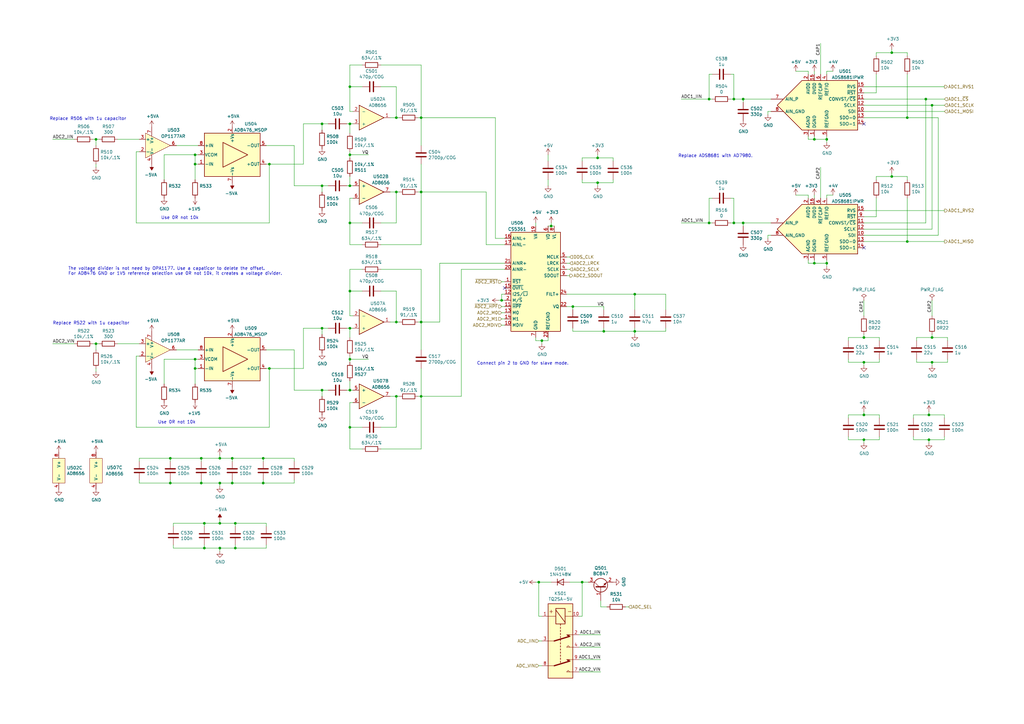
<source format=kicad_sch>
(kicad_sch (version 20211123) (generator eeschema)
  (paper "A3")
  (junction (at 162.56 78.74))
  (junction (at 339.09 57.15))
  (junction (at 379.73 40.64))
  (junction (at 83.82 224.79))
  (junction (at 300.99 40.64))
  (junction (at 39.37 57.15))
  (junction (at 290.83 91.44))
  (junction (at 143.51 175.26))
  (junction (at 90.17 198.12))
  (junction (at 90.17 224.79))
  (junction (at 162.56 132.08))
  (junction (at 69.85 187.96))
  (junction (at 95.25 187.96))
  (junction (at 132.08 76.2))
  (junction (at 162.56 48.26))
  (junction (at 304.8 40.64))
  (junction (at 334.01 57.15))
  (junction (at 226.06 92.71))
  (junction (at 39.37 140.97))
  (junction (at 372.11 48.26))
  (junction (at 90.17 187.96))
  (junction (at 382.27 43.18))
  (junction (at 143.51 119.38))
  (junction (at 143.51 160.02))
  (junction (at 304.8 91.44))
  (junction (at 172.72 162.56))
  (junction (at 222.25 139.7))
  (junction (at 382.27 138.43))
  (junction (at 80.01 151.13))
  (junction (at 96.52 224.79))
  (junction (at 107.95 187.96))
  (junction (at 260.35 135.89))
  (junction (at 234.95 125.73))
  (junction (at 245.11 74.93))
  (junction (at 290.83 40.64))
  (junction (at 82.55 198.12))
  (junction (at 143.51 63.5))
  (junction (at 365.76 72.39))
  (junction (at 220.98 238.76))
  (junction (at 143.51 50.8))
  (junction (at 143.51 147.32))
  (junction (at 300.99 91.44))
  (junction (at 260.35 120.65))
  (junction (at 172.72 132.08))
  (junction (at 205.74 123.19))
  (junction (at 132.08 134.62))
  (junction (at 381 170.18))
  (junction (at 107.95 198.12))
  (junction (at 162.56 162.56))
  (junction (at 334.01 107.95))
  (junction (at 90.17 214.63))
  (junction (at 110.49 67.31))
  (junction (at 143.51 35.56))
  (junction (at 382.27 148.59))
  (junction (at 339.09 107.95))
  (junction (at 69.85 198.12))
  (junction (at 172.72 48.26))
  (junction (at 238.76 238.76))
  (junction (at 143.51 91.44))
  (junction (at 83.82 214.63))
  (junction (at 143.51 76.2))
  (junction (at 82.55 187.96))
  (junction (at 354.33 170.18))
  (junction (at 132.08 160.02))
  (junction (at 95.25 198.12))
  (junction (at 354.33 148.59))
  (junction (at 247.65 135.89))
  (junction (at 354.33 180.34))
  (junction (at 96.52 214.63))
  (junction (at 245.11 64.77))
  (junction (at 143.51 134.62))
  (junction (at 372.11 99.06))
  (junction (at 80.01 63.5))
  (junction (at 80.01 147.32))
  (junction (at 80.01 67.31))
  (junction (at 381 180.34))
  (junction (at 172.72 78.74))
  (junction (at 132.08 50.8))
  (junction (at 365.76 21.59))
  (junction (at 110.49 151.13))
  (junction (at 354.33 138.43))
  (no_connect (at 207.01 118.11))
  (no_connect (at 354.33 101.6))
  (no_connect (at 354.33 50.8))
  (wire (pts (xy 132.08 78.74) (xy 132.08 76.2)))
  (wire (pts (xy 80.01 63.5) (xy 81.28 63.5)))
  (wire (pts (xy 148.59 175.26) (xy 143.51 175.26)))
  (wire (pts (xy 336.55 81.28) (xy 336.55 68.58)))
  (wire (pts (xy 143.51 63.5) (xy 151.13 63.5)))
  (wire (pts (xy 142.24 134.62) (xy 143.51 134.62)))
  (wire (pts (xy 232.41 125.73) (xy 234.95 125.73)))
  (wire (pts (xy 232.41 110.49) (xy 233.68 110.49)))
  (wire (pts (xy 143.51 160.02) (xy 144.78 160.02)))
  (wire (pts (xy 374.65 179.07) (xy 374.65 180.34)))
  (wire (pts (xy 110.49 175.26) (xy 110.49 151.13)))
  (wire (pts (xy 334.01 57.15) (xy 339.09 57.15)))
  (wire (pts (xy 109.22 215.9) (xy 109.22 214.63)))
  (wire (pts (xy 83.82 215.9) (xy 83.82 214.63)))
  (wire (pts (xy 224.79 73.66) (xy 224.79 76.2)))
  (wire (pts (xy 360.68 138.43) (xy 360.68 139.7)))
  (wire (pts (xy 148.59 91.44) (xy 143.51 91.44)))
  (wire (pts (xy 224.79 92.71) (xy 226.06 92.71)))
  (wire (pts (xy 162.56 132.08) (xy 163.83 132.08)))
  (wire (pts (xy 360.68 170.18) (xy 354.33 170.18)))
  (wire (pts (xy 109.22 143.51) (xy 120.65 143.51)))
  (wire (pts (xy 360.68 171.45) (xy 360.68 170.18)))
  (wire (pts (xy 374.65 180.34) (xy 381 180.34)))
  (wire (pts (xy 372.11 99.06) (xy 372.11 81.28)))
  (wire (pts (xy 81.28 67.31) (xy 80.01 67.31)))
  (wire (pts (xy 247.65 134.62) (xy 247.65 135.89)))
  (wire (pts (xy 238.76 74.93) (xy 245.11 74.93)))
  (wire (pts (xy 382.27 149.86) (xy 382.27 148.59)))
  (wire (pts (xy 219.71 91.44) (xy 219.71 92.71)))
  (wire (pts (xy 120.65 143.51) (xy 120.65 160.02)))
  (wire (pts (xy 143.51 100.33) (xy 143.51 91.44)))
  (wire (pts (xy 379.73 40.64) (xy 387.35 40.64)))
  (wire (pts (xy 124.46 151.13) (xy 124.46 134.62)))
  (wire (pts (xy 375.92 138.43) (xy 382.27 138.43)))
  (wire (pts (xy 257.81 248.92) (xy 256.54 248.92)))
  (wire (pts (xy 360.68 147.32) (xy 360.68 148.59)))
  (wire (pts (xy 219.71 138.43) (xy 219.71 139.7)))
  (wire (pts (xy 55.88 91.44) (xy 110.49 91.44)))
  (wire (pts (xy 71.12 224.79) (xy 83.82 224.79)))
  (wire (pts (xy 83.82 224.79) (xy 83.82 223.52)))
  (wire (pts (xy 354.33 138.43) (xy 360.68 138.43)))
  (wire (pts (xy 110.49 91.44) (xy 110.49 67.31)))
  (wire (pts (xy 219.71 238.76) (xy 220.98 238.76)))
  (wire (pts (xy 248.92 248.92) (xy 246.38 248.92)))
  (wire (pts (xy 205.74 125.73) (xy 207.01 125.73)))
  (wire (pts (xy 162.56 91.44) (xy 162.56 78.74)))
  (wire (pts (xy 314.96 96.52) (xy 316.23 96.52)))
  (wire (pts (xy 347.98 138.43) (xy 354.33 138.43)))
  (wire (pts (xy 372.11 48.26) (xy 384.81 48.26)))
  (wire (pts (xy 143.51 45.72) (xy 144.78 45.72)))
  (wire (pts (xy 336.55 30.48) (xy 336.55 17.78)))
  (wire (pts (xy 354.33 35.56) (xy 387.35 35.56)))
  (wire (pts (xy 372.11 72.39) (xy 372.11 73.66)))
  (wire (pts (xy 207.01 97.79) (xy 203.2 97.79)))
  (wire (pts (xy 143.51 72.39) (xy 143.51 76.2)))
  (wire (pts (xy 120.65 59.69) (xy 120.65 76.2)))
  (wire (pts (xy 199.39 78.74) (xy 172.72 78.74)))
  (wire (pts (xy 273.05 127) (xy 273.05 120.65)))
  (wire (pts (xy 354.33 170.18) (xy 347.98 170.18)))
  (wire (pts (xy 67.31 147.32) (xy 67.31 157.48)))
  (wire (pts (xy 57.15 196.85) (xy 57.15 198.12)))
  (wire (pts (xy 224.79 63.5) (xy 224.79 66.04)))
  (wire (pts (xy 162.56 48.26) (xy 163.83 48.26)))
  (wire (pts (xy 143.51 91.44) (xy 143.51 81.28)))
  (wire (pts (xy 148.59 119.38) (xy 143.51 119.38)))
  (wire (pts (xy 339.09 109.22) (xy 339.09 107.95)))
  (wire (pts (xy 387.35 170.18) (xy 381 170.18)))
  (wire (pts (xy 120.65 189.23) (xy 120.65 187.96)))
  (wire (pts (xy 57.15 187.96) (xy 57.15 189.23)))
  (wire (pts (xy 69.85 198.12) (xy 82.55 198.12)))
  (wire (pts (xy 67.31 63.5) (xy 80.01 63.5)))
  (wire (pts (xy 354.33 99.06) (xy 372.11 99.06)))
  (wire (pts (xy 314.96 46.99) (xy 314.96 45.72)))
  (wire (pts (xy 39.37 143.51) (xy 39.37 140.97)))
  (wire (pts (xy 359.41 72.39) (xy 365.76 72.39)))
  (wire (pts (xy 172.72 110.49) (xy 156.21 110.49)))
  (wire (pts (xy 48.26 57.15) (xy 57.15 57.15)))
  (wire (pts (xy 162.56 162.56) (xy 163.83 162.56)))
  (wire (pts (xy 299.72 81.28) (xy 300.99 81.28)))
  (wire (pts (xy 251.46 74.93) (xy 251.46 73.66)))
  (wire (pts (xy 388.62 138.43) (xy 388.62 139.7)))
  (wire (pts (xy 40.64 57.15) (xy 39.37 57.15)))
  (wire (pts (xy 172.72 78.74) (xy 172.72 67.31)))
  (wire (pts (xy 55.88 146.05) (xy 55.88 175.26)))
  (wire (pts (xy 124.46 50.8) (xy 132.08 50.8)))
  (wire (pts (xy 237.49 270.51) (xy 246.38 270.51)))
  (wire (pts (xy 162.56 175.26) (xy 162.56 162.56)))
  (wire (pts (xy 222.25 140.97) (xy 222.25 139.7)))
  (wire (pts (xy 251.46 64.77) (xy 245.11 64.77)))
  (wire (pts (xy 39.37 59.69) (xy 39.37 57.15)))
  (wire (pts (xy 69.85 189.23) (xy 69.85 187.96)))
  (wire (pts (xy 96.52 214.63) (xy 109.22 214.63)))
  (wire (pts (xy 109.22 224.79) (xy 109.22 223.52)))
  (wire (pts (xy 148.59 100.33) (xy 143.51 100.33)))
  (wire (pts (xy 39.37 68.58) (xy 39.37 67.31)))
  (wire (pts (xy 354.33 129.54) (xy 354.33 123.19)))
  (wire (pts (xy 224.79 139.7) (xy 224.79 138.43)))
  (wire (pts (xy 304.8 91.44) (xy 304.8 92.71)))
  (wire (pts (xy 143.51 76.2) (xy 144.78 76.2)))
  (wire (pts (xy 162.56 78.74) (xy 160.02 78.74)))
  (wire (pts (xy 148.59 35.56) (xy 143.51 35.56)))
  (wire (pts (xy 341.63 80.01) (xy 339.09 80.01)))
  (wire (pts (xy 375.92 148.59) (xy 375.92 147.32)))
  (wire (pts (xy 292.1 30.48) (xy 290.83 30.48)))
  (wire (pts (xy 71.12 223.52) (xy 71.12 224.79)))
  (wire (pts (xy 189.23 162.56) (xy 189.23 110.49)))
  (wire (pts (xy 234.95 127) (xy 234.95 125.73)))
  (wire (pts (xy 382.27 138.43) (xy 388.62 138.43)))
  (wire (pts (xy 120.65 76.2) (xy 132.08 76.2)))
  (wire (pts (xy 48.26 140.97) (xy 57.15 140.97)))
  (wire (pts (xy 279.4 91.44) (xy 290.83 91.44)))
  (wire (pts (xy 172.72 100.33) (xy 156.21 100.33)))
  (wire (pts (xy 339.09 107.95) (xy 339.09 106.68)))
  (wire (pts (xy 354.33 91.44) (xy 379.73 91.44)))
  (wire (pts (xy 372.11 21.59) (xy 372.11 22.86)))
  (wire (pts (xy 143.51 119.38) (xy 143.51 129.54)))
  (wire (pts (xy 143.51 50.8) (xy 144.78 50.8)))
  (wire (pts (xy 143.51 184.15) (xy 143.51 175.26)))
  (wire (pts (xy 245.11 64.77) (xy 238.76 64.77)))
  (wire (pts (xy 143.51 63.5) (xy 143.51 62.23)))
  (wire (pts (xy 245.11 74.93) (xy 251.46 74.93)))
  (wire (pts (xy 331.47 107.95) (xy 334.01 107.95)))
  (wire (pts (xy 375.92 139.7) (xy 375.92 138.43)))
  (wire (pts (xy 162.56 48.26) (xy 160.02 48.26)))
  (wire (pts (xy 172.72 143.51) (xy 172.72 132.08)))
  (wire (pts (xy 238.76 238.76) (xy 241.3 238.76)))
  (wire (pts (xy 132.08 76.2) (xy 134.62 76.2)))
  (wire (pts (xy 220.98 252.73) (xy 220.98 238.76)))
  (wire (pts (xy 354.33 168.91) (xy 354.33 170.18)))
  (wire (pts (xy 245.11 63.5) (xy 245.11 64.77)))
  (wire (pts (xy 90.17 213.36) (xy 90.17 214.63)))
  (wire (pts (xy 120.65 187.96) (xy 107.95 187.96)))
  (wire (pts (xy 142.24 76.2) (xy 143.51 76.2)))
  (wire (pts (xy 359.41 88.9) (xy 354.33 88.9)))
  (wire (pts (xy 331.47 55.88) (xy 331.47 57.15)))
  (wire (pts (xy 232.41 120.65) (xy 260.35 120.65)))
  (wire (pts (xy 300.99 30.48) (xy 300.99 40.64)))
  (wire (pts (xy 205.74 133.35) (xy 207.01 133.35)))
  (wire (pts (xy 107.95 198.12) (xy 120.65 198.12)))
  (wire (pts (xy 110.49 67.31) (xy 109.22 67.31)))
  (wire (pts (xy 245.11 76.2) (xy 245.11 74.93)))
  (wire (pts (xy 359.41 21.59) (xy 365.76 21.59)))
  (wire (pts (xy 162.56 119.38) (xy 162.56 132.08)))
  (wire (pts (xy 314.96 45.72) (xy 316.23 45.72)))
  (wire (pts (xy 354.33 180.34) (xy 360.68 180.34)))
  (wire (pts (xy 359.41 81.28) (xy 359.41 88.9)))
  (wire (pts (xy 180.34 107.95) (xy 180.34 132.08)))
  (wire (pts (xy 292.1 81.28) (xy 290.83 81.28)))
  (wire (pts (xy 384.81 96.52) (xy 354.33 96.52)))
  (wire (pts (xy 273.05 135.89) (xy 260.35 135.89)))
  (wire (pts (xy 382.27 93.98) (xy 382.27 43.18)))
  (wire (pts (xy 316.23 91.44) (xy 304.8 91.44)))
  (wire (pts (xy 172.72 59.69) (xy 172.72 48.26)))
  (wire (pts (xy 171.45 78.74) (xy 172.72 78.74)))
  (wire (pts (xy 354.33 45.72) (xy 387.35 45.72)))
  (wire (pts (xy 260.35 137.16) (xy 260.35 135.89)))
  (wire (pts (xy 238.76 73.66) (xy 238.76 74.93)))
  (wire (pts (xy 299.72 40.64) (xy 300.99 40.64)))
  (wire (pts (xy 339.09 57.15) (xy 339.09 55.88)))
  (wire (pts (xy 354.33 86.36) (xy 387.35 86.36)))
  (wire (pts (xy 199.39 100.33) (xy 199.39 78.74)))
  (wire (pts (xy 90.17 198.12) (xy 95.25 198.12)))
  (wire (pts (xy 171.45 132.08) (xy 172.72 132.08)))
  (wire (pts (xy 90.17 186.69) (xy 90.17 187.96)))
  (wire (pts (xy 354.33 93.98) (xy 382.27 93.98)))
  (wire (pts (xy 67.31 63.5) (xy 67.31 73.66)))
  (wire (pts (xy 290.83 81.28) (xy 290.83 91.44)))
  (wire (pts (xy 360.68 180.34) (xy 360.68 179.07)))
  (wire (pts (xy 110.49 151.13) (xy 124.46 151.13)))
  (wire (pts (xy 132.08 134.62) (xy 134.62 134.62)))
  (wire (pts (xy 132.08 53.34) (xy 132.08 50.8)))
  (wire (pts (xy 273.05 134.62) (xy 273.05 135.89)))
  (wire (pts (xy 143.51 165.1) (xy 144.78 165.1)))
  (wire (pts (xy 354.33 137.16) (xy 354.33 138.43)))
  (wire (pts (xy 90.17 214.63) (xy 83.82 214.63)))
  (wire (pts (xy 96.52 224.79) (xy 109.22 224.79)))
  (wire (pts (xy 226.06 238.76) (xy 220.98 238.76)))
  (wire (pts (xy 80.01 73.66) (xy 80.01 67.31)))
  (wire (pts (xy 71.12 214.63) (xy 71.12 215.9)))
  (wire (pts (xy 90.17 187.96) (xy 82.55 187.96)))
  (wire (pts (xy 237.49 260.35) (xy 246.38 260.35)))
  (wire (pts (xy 143.51 26.67) (xy 143.51 35.56)))
  (wire (pts (xy 260.35 127) (xy 260.35 120.65)))
  (wire (pts (xy 132.08 162.56) (xy 132.08 160.02)))
  (wire (pts (xy 226.06 92.71) (xy 227.33 92.71)))
  (wire (pts (xy 69.85 198.12) (xy 69.85 196.85)))
  (wire (pts (xy 96.52 214.63) (xy 90.17 214.63)))
  (wire (pts (xy 143.51 175.26) (xy 143.51 165.1)))
  (wire (pts (xy 172.72 162.56) (xy 172.72 184.15)))
  (wire (pts (xy 339.09 29.21) (xy 339.09 30.48)))
  (wire (pts (xy 120.65 160.02) (xy 132.08 160.02)))
  (wire (pts (xy 220.98 273.05) (xy 222.25 273.05)))
  (wire (pts (xy 299.72 30.48) (xy 300.99 30.48)))
  (wire (pts (xy 347.98 148.59) (xy 347.98 147.32)))
  (wire (pts (xy 207.01 107.95) (xy 180.34 107.95)))
  (wire (pts (xy 143.51 134.62) (xy 144.78 134.62)))
  (wire (pts (xy 347.98 179.07) (xy 347.98 180.34)))
  (wire (pts (xy 30.48 57.15) (xy 21.59 57.15)))
  (wire (pts (xy 233.68 105.41) (xy 232.41 105.41)))
  (wire (pts (xy 237.49 252.73) (xy 238.76 252.73)))
  (wire (pts (xy 354.33 149.86) (xy 354.33 148.59)))
  (wire (pts (xy 142.24 50.8) (xy 143.51 50.8)))
  (wire (pts (xy 334.01 106.68) (xy 334.01 107.95)))
  (wire (pts (xy 354.33 181.61) (xy 354.33 180.34)))
  (wire (pts (xy 95.25 198.12) (xy 95.25 196.85)))
  (wire (pts (xy 172.72 184.15) (xy 156.21 184.15)))
  (wire (pts (xy 300.99 40.64) (xy 304.8 40.64)))
  (wire (pts (xy 359.41 22.86) (xy 359.41 21.59)))
  (wire (pts (xy 156.21 91.44) (xy 162.56 91.44)))
  (wire (pts (xy 220.98 262.89) (xy 222.25 262.89)))
  (wire (pts (xy 339.09 80.01) (xy 339.09 81.28)))
  (wire (pts (xy 360.68 148.59) (xy 354.33 148.59)))
  (wire (pts (xy 359.41 30.48) (xy 359.41 38.1)))
  (wire (pts (xy 30.48 140.97) (xy 21.59 140.97)))
  (wire (pts (xy 203.2 97.79) (xy 203.2 48.26)))
  (wire (pts (xy 57.15 198.12) (xy 69.85 198.12)))
  (wire (pts (xy 90.17 226.06) (xy 90.17 224.79)))
  (wire (pts (xy 290.83 40.64) (xy 292.1 40.64)))
  (wire (pts (xy 107.95 187.96) (xy 107.95 189.23)))
  (wire (pts (xy 90.17 224.79) (xy 96.52 224.79)))
  (wire (pts (xy 354.33 43.18) (xy 382.27 43.18)))
  (wire (pts (xy 143.51 129.54) (xy 144.78 129.54)))
  (wire (pts (xy 143.51 147.32) (xy 143.51 146.05)))
  (wire (pts (xy 207.01 100.33) (xy 199.39 100.33)))
  (wire (pts (xy 95.25 187.96) (xy 90.17 187.96)))
  (wire (pts (xy 162.56 35.56) (xy 162.56 48.26)))
  (wire (pts (xy 381 181.61) (xy 381 180.34)))
  (wire (pts (xy 143.51 147.32) (xy 151.13 147.32)))
  (wire (pts (xy 365.76 72.39) (xy 372.11 72.39)))
  (wire (pts (xy 290.83 91.44) (xy 292.1 91.44)))
  (wire (pts (xy 222.25 139.7) (xy 224.79 139.7)))
  (wire (pts (xy 222.25 252.73) (xy 220.98 252.73)))
  (wire (pts (xy 382.27 43.18) (xy 387.35 43.18)))
  (wire (pts (xy 57.15 146.05) (xy 55.88 146.05)))
  (wire (pts (xy 132.08 160.02) (xy 134.62 160.02)))
  (wire (pts (xy 205.74 123.19) (xy 207.01 123.19)))
  (wire (pts (xy 331.47 81.28) (xy 331.47 80.01)))
  (wire (pts (xy 39.37 140.97) (xy 38.1 140.97)))
  (wire (pts (xy 341.63 29.21) (xy 339.09 29.21)))
  (wire (pts (xy 207.01 128.27) (xy 205.74 128.27)))
  (wire (pts (xy 132.08 137.16) (xy 132.08 134.62)))
  (wire (pts (xy 233.68 113.03) (xy 232.41 113.03)))
  (wire (pts (xy 354.33 40.64) (xy 379.73 40.64)))
  (wire (pts (xy 238.76 252.73) (xy 238.76 238.76)))
  (wire (pts (xy 334.01 29.21) (xy 334.01 30.48)))
  (wire (pts (xy 81.28 151.13) (xy 80.01 151.13)))
  (wire (pts (xy 334.01 107.95) (xy 339.09 107.95)))
  (wire (pts (xy 82.55 187.96) (xy 69.85 187.96)))
  (wire (pts (xy 331.47 30.48) (xy 331.47 29.21)))
  (wire (pts (xy 251.46 66.04) (xy 251.46 64.77)))
  (wire (pts (xy 365.76 21.59) (xy 372.11 21.59)))
  (wire (pts (xy 156.21 35.56) (xy 162.56 35.56)))
  (wire (pts (xy 359.41 38.1) (xy 354.33 38.1)))
  (wire (pts (xy 57.15 62.23) (xy 55.88 62.23)))
  (wire (pts (xy 109.22 59.69) (xy 120.65 59.69)))
  (wire (pts (xy 39.37 57.15) (xy 38.1 57.15)))
  (wire (pts (xy 143.51 54.61) (xy 143.51 50.8)))
  (wire (pts (xy 83.82 224.79) (xy 90.17 224.79)))
  (wire (pts (xy 80.01 157.48) (xy 80.01 151.13)))
  (wire (pts (xy 331.47 57.15) (xy 334.01 57.15)))
  (wire (pts (xy 279.4 40.64) (xy 290.83 40.64)))
  (wire (pts (xy 339.09 58.42) (xy 339.09 57.15)))
  (wire (pts (xy 162.56 132.08) (xy 160.02 132.08)))
  (wire (pts (xy 172.72 78.74) (xy 172.72 100.33)))
  (wire (pts (xy 374.65 170.18) (xy 374.65 171.45)))
  (wire (pts (xy 379.73 91.44) (xy 379.73 40.64)))
  (wire (pts (xy 316.23 40.64) (xy 304.8 40.64)))
  (wire (pts (xy 124.46 67.31) (xy 124.46 50.8)))
  (wire (pts (xy 234.95 135.89) (xy 247.65 135.89)))
  (wire (pts (xy 207.01 120.65) (xy 205.74 120.65)))
  (wire (pts (xy 354.33 148.59) (xy 347.98 148.59)))
  (wire (pts (xy 83.82 214.63) (xy 71.12 214.63)))
  (wire (pts (xy 234.95 125.73) (xy 247.65 125.73)))
  (wire (pts (xy 120.65 198.12) (xy 120.65 196.85)))
  (wire (pts (xy 359.41 73.66) (xy 359.41 72.39)))
  (wire (pts (xy 238.76 238.76) (xy 233.68 238.76)))
  (wire (pts (xy 148.59 26.67) (xy 143.51 26.67)))
  (wire (pts (xy 204.47 123.19) (xy 205.74 123.19)))
  (wire (pts (xy 81.28 143.51) (xy 72.39 143.51)))
  (wire (pts (xy 347.98 139.7) (xy 347.98 138.43)))
  (wire (pts (xy 205.74 115.57) (xy 207.01 115.57)))
  (wire (pts (xy 246.38 248.92) (xy 246.38 246.38)))
  (wire (pts (xy 162.56 78.74) (xy 163.83 78.74)))
  (wire (pts (xy 189.23 110.49) (xy 207.01 110.49)))
  (wire (pts (xy 55.88 62.23) (xy 55.88 91.44)))
  (wire (pts (xy 331.47 106.68) (xy 331.47 107.95)))
  (wire (pts (xy 300.99 91.44) (xy 304.8 91.44)))
  (wire (pts (xy 273.05 120.65) (xy 260.35 120.65)))
  (wire (pts (xy 143.51 110.49) (xy 143.51 119.38)))
  (wire (pts (xy 382.27 148.59) (xy 375.92 148.59)))
  (wire (pts (xy 381 168.91) (xy 381 170.18)))
  (wire (pts (xy 82.55 198.12) (xy 90.17 198.12)))
  (wire (pts (xy 162.56 162.56) (xy 160.02 162.56)))
  (wire (pts (xy 172.72 48.26) (xy 172.72 26.67)))
  (wire (pts (xy 107.95 196.85) (xy 107.95 198.12)))
  (wire (pts (xy 365.76 71.12) (xy 365.76 72.39)))
  (wire (pts (xy 69.85 187.96) (xy 57.15 187.96)))
  (wire (pts (xy 143.51 148.59) (xy 143.51 147.32)))
  (wire (pts (xy 372.11 99.06) (xy 387.35 99.06)))
  (wire (pts (xy 388.62 147.32) (xy 388.62 148.59)))
  (wire (pts (xy 205.74 120.65) (xy 205.74 123.19)))
  (wire (pts (xy 331.47 80.01) (xy 326.39 80.01)))
  (wire (pts (xy 247.65 127) (xy 247.65 125.73)))
  (wire (pts (xy 233.68 107.95) (xy 232.41 107.95)))
  (wire (pts (xy 132.08 50.8) (xy 134.62 50.8)))
  (wire (pts (xy 347.98 170.18) (xy 347.98 171.45)))
  (wire (pts (xy 304.8 40.64) (xy 304.8 41.91)))
  (wire (pts (xy 148.59 110.49) (xy 143.51 110.49)))
  (wire (pts (xy 387.35 171.45) (xy 387.35 170.18)))
  (wire (pts (xy 334.01 80.01) (xy 334.01 81.28)))
  (wire (pts (xy 260.35 135.89) (xy 260.35 134.62)))
  (wire (pts (xy 172.72 162.56) (xy 189.23 162.56)))
  (wire (pts (xy 90.17 199.39) (xy 90.17 198.12)))
  (wire (pts (xy 238.76 64.77) (xy 238.76 66.04)))
  (wire (pts (xy 172.72 162.56) (xy 172.72 151.13)))
  (wire (pts (xy 156.21 175.26) (xy 162.56 175.26)))
  (wire (pts (xy 334.01 55.88) (xy 334.01 57.15)))
  (wire (pts (xy 382.27 137.16) (xy 382.27 138.43)))
  (wire (pts (xy 82.55 187.96) (xy 82.55 189.23)))
  (wire (pts (xy 142.24 160.02) (xy 143.51 160.02)))
  (wire (pts (xy 290.83 30.48) (xy 290.83 40.64)))
  (wire (pts (xy 39.37 152.4) (xy 39.37 151.13)))
  (wire (pts (xy 143.51 156.21) (xy 143.51 160.02)))
  (wire (pts (xy 80.01 147.32) (xy 67.31 147.32)))
  (wire (pts (xy 96.52 214.63) (xy 96.52 215.9)))
  (wire (pts (xy 40.64 140.97) (xy 39.37 140.97)))
  (wire (pts (xy 82.55 196.85) (xy 82.55 198.12)))
  (wire (pts (xy 365.76 20.32) (xy 365.76 21.59)))
  (wire (pts (xy 172.72 132.08) (xy 172.72 110.49)))
  (wire (pts (xy 110.49 67.31) (xy 124.46 67.31)))
  (wire (pts (xy 205.74 130.81) (xy 207.01 130.81)))
  (wire (pts (xy 382.27 129.54) (xy 382.27 123.19)))
  (wire (pts (xy 247.65 135.89) (xy 260.35 135.89)))
  (wire (pts (xy 143.51 138.43) (xy 143.51 134.62)))
  (wire (pts (xy 148.59 184.15) (xy 143.51 184.15)))
  (wire (pts (xy 172.72 26.67) (xy 156.21 26.67)))
  (wire (pts (xy 384.81 48.26) (xy 384.81 96.52)))
  (wire (pts (xy 110.49 151.13) (xy 109.22 151.13)))
  (wire (pts (xy 347.98 180.34) (xy 354.33 180.34)))
  (wire (pts (xy 388.62 148.59) (xy 382.27 148.59)))
  (wire (pts (xy 55.88 175.26) (xy 110.49 175.26)))
  (wire (pts (xy 95.25 189.23) (xy 95.25 187.96)))
  (wire (pts (xy 314.96 97.79) (xy 314.96 96.52)))
  (wire (pts (xy 354.33 48.26) (xy 372.11 48.26)))
  (wire (pts (xy 300.99 81.28) (xy 300.99 91.44)))
  (wire (pts (xy 124.46 134.62) (xy 132.08 134.62)))
  (wire (pts (xy 80.01 151.13) (xy 80.01 147.32)))
  (wire (pts (xy 237.49 265.43) (xy 246.38 265.43)))
  (wire (pts (xy 80.01 67.31) (xy 80.01 63.5)))
  (wire (pts (xy 219.71 139.7) (xy 222.25 139.7)))
  (wire (pts (xy 381 170.18) (xy 374.65 170.18)))
  (wire (pts (xy 107.95 187.96) (xy 95.25 187.96)))
  (wire (pts (xy 80.01 147.32) (xy 81.28 147.32)))
  (wire (pts (xy 143.51 35.56) (xy 143.51 45.72)))
  (wire (pts (xy 171.45 48.26) (xy 172.72 48.26)))
  (wire (pts (xy 96.52 223.52) (xy 96.52 224.79)))
  (wire (pts (xy 81.28 59.69) (xy 72.39 59.69)))
  (wire (pts (xy 331.47 29.21) (xy 326.39 29.21)))
  (wire (pts (xy 387.35 180.34) (xy 387.35 179.07)))
  (wire (pts (xy 203.2 48.26) (xy 172.72 48.26)))
  (wire (pts (xy 95.25 198.12) (xy 107.95 198.12)))
  (wire (pts (xy 171.45 162.56) (xy 172.72 162.56)))
  (wire (pts (xy 372.11 48.26) (xy 372.11 30.48)))
  (wire (pts (xy 234.95 134.62) (xy 234.95 135.89)))
  (wire (pts (xy 226.06 92.71) (xy 226.06 91.44)))
  (wire (pts (xy 237.49 275.59) (xy 246.38 275.59)))
  (wire (pts (xy 143.51 64.77) (xy 143.51 63.5)))
  (wire (pts (xy 180.34 132.08) (xy 172.72 132.08)))
  (wire (pts (xy 299.72 91.44) (xy 300.99 91.44)))
  (wire (pts (xy 143.51 81.28) (xy 144.78 81.28)))
  (wire (pts (xy 381 180.34) (xy 387.35 180.34)))
  (wire (pts (xy 156.21 119.38) (xy 162.56 119.38)))
  (text "The voltage divider is not need by OPA1177. Use a capaticor to delete the offset.\nFor AD8476 GND or 1V5 reference selection use 0R not 10k, it creates a voltage divider." (at 27.94 113.03 0) (effects (font (size 1.27 1.27)) (justify left bottom)))
  (text "Replace ADS8681 with AD7980." (at 278.13 64.77 0) (effects (font (size 1.27 1.27)) (justify left bottom)))
  (text "Use 0R not 10k" (at 66.04 90.17 0) (effects (font (size 1.27 1.27)) (justify left bottom)))
  (text "Use 0R not 10k" (at 64.77 173.99 0) (effects (font (size 1.27 1.27)) (justify left bottom)))
  (text "Replace R506 with 1u capacitor" (at 20.32 49.53 0) (effects (font (size 1.27 1.27)) (justify left bottom)))
  (text "Replace R522 with 1u capacitor" (at 21.59 133.35 0) (effects (font (size 1.27 1.27)) (justify left bottom)))
  (text "Connect pin 2 to GND for slave mode.\n" (at 195.58 149.86 0) (effects (font (size 1.27 1.27)) (justify left bottom)))
  (label "VQ" (at 151.13 147.32 180))
  (label "CAP1" (at 354.33 123.19 270))
  (label "CAP1" (at 336.55 17.78 270))
  (label "CAP2" (at 382.27 123.19 270))
  (label "CAP2" (at 336.55 68.58 270))
  (label "VQ" (at 151.13 63.5 180))
  (label "ADC2_IIN" (at 21.59 57.15 0))
  (label "ADC2_IIN" (at 246.38 265.43 180))
  (label "ADC2_VIN" (at 21.59 140.97 0))
  (label "ADC1_IIN" (at 246.38 260.35 180))
  (label "ADC2_VIN" (at 246.38 275.59 180))
  (label "VQ" (at 247.65 125.73 180))
  (label "ADC1_VIN" (at 246.38 270.51 180))
  (label "ADC1_VIN" (at 279.4 91.44 0))
  (label "ADC1_IIN" (at 279.4 40.64 0))
  (hierarchical_label "ADC1_RVS2" (shape output) (at 387.35 86.36 0))
  (hierarchical_label "ADC_IIN" (shape input) (at 220.98 262.89 180))
  (hierarchical_label "~{ADC2_HPF}" (shape input) (at 205.74 125.73 180))
  (hierarchical_label "DDS_CLK" (shape input) (at 233.68 105.41 0))
  (hierarchical_label "ADC2_SDOUT" (shape output) (at 233.68 113.03 0))
  (hierarchical_label "ADC1_MOSI" (shape input) (at 387.35 45.72 0))
  (hierarchical_label "ADC2_M0" (shape input) (at 205.74 128.27 180))
  (hierarchical_label "ADC_SEL" (shape input) (at 257.81 248.92 0))
  (hierarchical_label "ADC1_MISO" (shape output) (at 387.35 99.06 0))
  (hierarchical_label "ADC2_SCLK" (shape input) (at 233.68 110.49 0))
  (hierarchical_label "~{ADC2_RST}" (shape input) (at 205.74 115.57 180))
  (hierarchical_label "ADC1_SCLK" (shape input) (at 387.35 43.18 0))
  (hierarchical_label "ADC1_RVS1" (shape output) (at 387.35 35.56 0))
  (hierarchical_label "ADC2_M1" (shape input) (at 205.74 130.81 180))
  (hierarchical_label "ADC2_LRCK" (shape input) (at 233.68 107.95 0))
  (hierarchical_label "ADC1_~{CS}" (shape input) (at 387.35 40.64 0))
  (hierarchical_label "ADC2_MDIV" (shape input) (at 205.74 133.35 180))
  (hierarchical_label "ADC_VIN" (shape input) (at 220.98 273.05 180))
  (symbol (lib_id "Audio:CS5361") (at 219.71 115.57 0) (unit 1)
    (property "Reference" "U506" (at 212.09 91.44 0))
    (property "Value" "CS5361" (at 212.09 93.98 0))
    (property "Footprint" "Package_SO:SOIC-24W_7.5x15.4mm_P1.27mm" (effects hide))
    (property "Datasheet" "https://d3uzseaevmutz1.cloudfront.net/pubs/proDatasheet/CS5361_F2.pdf" (effects hide))
  )
  (symbol (lib_id "Amplifier_Operational:OP1177AR") (at 64.77 59.69 0) (unit 1)
    (property "Reference" "U503" (at 68.58 53.34 0) (effects (justify left)))
    (property "Value" "OP1177AR" (at 66.04 55.88 0) (effects (justify left)))
    (property "Footprint" "Package_SO:SOIC-8_3.9x4.9mm_P1.27mm" (effects hide))
    (property "Datasheet" "https://www.analog.com/media/en/technical-documentation/data-sheets/OP1177_2177_4177.pdf" (effects hide))
  )
  (symbol (lib_id "ETH1CLCR2:TQ2SA-5V") (at 229.87 262.89 270) (unit 1)
    (property "Reference" "K501" (at 229.87 243.4082 90))
    (property "Value" "TQ2SA-5V" (at 229.87 245.7196 90))
    (property "Footprint" "ETH1CLCR2:SA" (effects hide))
  )
  (symbol (lib_id "ETH1CLCR2:ADS8681PWR") (at 334.01 43.18 0) (unit 1)
    (property "Reference" "U501" (at 349.25 29.21 0) (effects (justify right)))
    (property "Value" "ADS8681IPWR" (at 354.33 31.75 0) (effects (justify right)))
    (property "Footprint" "Package_SO:TSSOP-16_4.4x5mm_P0.65mm" (effects hide))
  )
  (symbol (lib_id "ETH1CLCR2:ADS8681PWR") (at 334.01 93.98 0) (unit 1)
    (property "Reference" "U505" (at 349.25 80.01 0) (effects (justify right)))
    (property "Value" "ADS8681IPWR" (at 354.33 82.55 0) (effects (justify right)))
    (property "Footprint" "Package_SO:TSSOP-16_4.4x5mm_P0.65mm" (effects hide))
  )
  (symbol (lib_id "power:GND") (at 339.09 58.42 0) (unit 1)
    (property "Reference" "#PWR0509" (effects hide))
    (property "Value" "GND" (at 339.217 62.8142 0))
  )
  (symbol (lib_id "power:GND") (at 339.09 109.22 0) (unit 1)
    (property "Reference" "#PWR0524" (effects hide))
    (property "Value" "GND" (at 339.217 113.6142 0))
  )
  (symbol (lib_id "power:GND") (at 314.96 97.79 0) (unit 1)
    (property "Reference" "#PWR0522" (effects hide))
    (property "Value" "GND" (at 315.087 102.1842 0))
  )
  (symbol (lib_id "power:GND") (at 314.96 46.99 0) (unit 1)
    (property "Reference" "#PWR0505" (effects hide))
    (property "Value" "GND" (at 315.087 51.3842 0))
  )
  (symbol (lib_id "power:+4V") (at 341.63 80.01 0) (unit 1)
    (property "Reference" "#PWR0518" (effects hide))
    (property "Value" "+4V" (at 341.63 76.2 0))
  )
  (symbol (lib_id "power:+4V") (at 341.63 29.21 0) (unit 1)
    (property "Reference" "#PWR0504" (effects hide))
    (property "Value" "+4V" (at 341.63 25.4 0))
  )
  (symbol (lib_id "power:+5V") (at 219.71 238.76 90) (unit 1)
    (property "Reference" "#PWR0550" (effects hide))
    (property "Value" "+5V" (at 214.63 238.76 90))
  )
  (symbol (lib_id "power:GND") (at 251.46 238.76 90) (unit 1)
    (property "Reference" "#PWR0551" (effects hide))
    (property "Value" "GND" (at 255.8542 238.633 0))
  )
  (symbol (lib_id "power:+5V") (at 326.39 29.21 0) (unit 1)
    (property "Reference" "#PWR0502" (effects hide))
    (property "Value" "+5V" (at 326.39 25.4 0))
  )
  (symbol (lib_id "power:+5V") (at 326.39 80.01 0) (unit 1)
    (property "Reference" "#PWR0516" (effects hide))
    (property "Value" "+5V" (at 326.39 76.2 0))
  )
  (symbol (lib_id "power:+3.3V") (at 334.01 80.01 0) (unit 1)
    (property "Reference" "#PWR0517" (effects hide))
    (property "Value" "+3.3V" (at 332.74 76.2 0))
  )
  (symbol (lib_id "power:+3.3V") (at 334.01 29.21 0) (unit 1)
    (property "Reference" "#PWR0503" (effects hide))
    (property "Value" "+3.3V" (at 332.74 25.4 0))
  )
  (symbol (lib_id "Device:R") (at 354.33 133.35 0) (unit 1)
    (property "Reference" "R520" (at 356.108 132.1816 0) (effects (justify left)))
    (property "Value" "0R22" (at 356.108 134.493 0) (effects (justify left)))
    (property "Footprint" "Resistor_SMD:R_0603_1608Metric_Pad0.98x0.95mm_HandSolder" (effects hide))
  )
  (symbol (lib_id "Device:C") (at 347.98 143.51 0) (unit 1)
    (property "Reference" "C513" (at 350.901 142.3416 0) (effects (justify left)))
    (property "Value" "22u" (at 350.901 144.653 0) (effects (justify left)))
    (property "Footprint" "Capacitor_SMD:C_0805_2012Metric_Pad1.18x1.45mm_HandSolder" (effects hide))
  )
  (symbol (lib_id "Device:C") (at 360.68 143.51 0) (unit 1)
    (property "Reference" "C514" (at 363.601 142.3416 0) (effects (justify left)))
    (property "Value" "1u" (at 363.601 144.653 0) (effects (justify left)))
    (property "Footprint" "Capacitor_SMD:C_0603_1608Metric_Pad1.08x0.95mm_HandSolder" (effects hide))
  )
  (symbol (lib_id "power:GND") (at 354.33 149.86 0) (unit 1)
    (property "Reference" "#PWR0531" (effects hide))
    (property "Value" "GND" (at 354.457 154.2542 0))
  )
  (symbol (lib_id "Device:R") (at 382.27 133.35 0) (unit 1)
    (property "Reference" "R521" (at 384.048 132.1816 0) (effects (justify left)))
    (property "Value" "0R22" (at 384.048 134.493 0) (effects (justify left)))
    (property "Footprint" "Resistor_SMD:R_0603_1608Metric_Pad0.98x0.95mm_HandSolder" (effects hide))
  )
  (symbol (lib_id "Device:C") (at 375.92 143.51 0) (unit 1)
    (property "Reference" "C515" (at 378.841 142.3416 0) (effects (justify left)))
    (property "Value" "22u" (at 378.841 144.653 0) (effects (justify left)))
    (property "Footprint" "Capacitor_SMD:C_0805_2012Metric_Pad1.18x1.45mm_HandSolder" (effects hide))
  )
  (symbol (lib_id "Device:C") (at 388.62 143.51 0) (unit 1)
    (property "Reference" "C516" (at 391.541 142.3416 0) (effects (justify left)))
    (property "Value" "1u" (at 391.541 144.653 0) (effects (justify left)))
    (property "Footprint" "Capacitor_SMD:C_0603_1608Metric_Pad1.08x0.95mm_HandSolder" (effects hide))
  )
  (symbol (lib_id "power:GND") (at 382.27 149.86 0) (unit 1)
    (property "Reference" "#PWR0532" (effects hide))
    (property "Value" "GND" (at 382.397 154.2542 0))
  )
  (symbol (lib_id "Device:R") (at 359.41 77.47 0) (unit 1)
    (property "Reference" "R512" (at 361.188 76.3016 0) (effects (justify left)))
    (property "Value" "10k" (at 361.188 78.613 0) (effects (justify left)))
    (property "Footprint" "Resistor_SMD:R_0603_1608Metric_Pad0.98x0.95mm_HandSolder" (effects hide))
  )
  (symbol (lib_id "Device:R") (at 372.11 77.47 0) (unit 1)
    (property "Reference" "R513" (at 373.888 76.3016 0) (effects (justify left)))
    (property "Value" "10k" (at 373.888 78.613 0) (effects (justify left)))
    (property "Footprint" "Resistor_SMD:R_0603_1608Metric_Pad0.98x0.95mm_HandSolder" (effects hide))
  )
  (symbol (lib_id "power:+3.3V") (at 365.76 71.12 0) (unit 1)
    (property "Reference" "#PWR0513" (effects hide))
    (property "Value" "+3.3V" (at 366.141 66.7258 0))
  )
  (symbol (lib_id "power:+5VA") (at 62.23 52.07 0) (unit 1)
    (property "Reference" "#PWR0507" (effects hide))
    (property "Value" "+5VA" (at 62.611 47.6758 0))
  )
  (symbol (lib_id "power:-5VA") (at 62.23 67.31 180) (unit 1)
    (property "Reference" "#PWR0511" (effects hide))
    (property "Value" "-5VA" (at 61.849 71.7042 0))
  )
  (symbol (lib_id "Device:R") (at 359.41 26.67 0) (unit 1)
    (property "Reference" "R502" (at 361.188 25.5016 0) (effects (justify left)))
    (property "Value" "10k" (at 361.188 27.813 0) (effects (justify left)))
    (property "Footprint" "Resistor_SMD:R_0603_1608Metric_Pad0.98x0.95mm_HandSolder" (effects hide))
  )
  (symbol (lib_id "Device:R") (at 372.11 26.67 0) (unit 1)
    (property "Reference" "R503" (at 373.888 25.5016 0) (effects (justify left)))
    (property "Value" "10k" (at 373.888 27.813 0) (effects (justify left)))
    (property "Footprint" "Resistor_SMD:R_0603_1608Metric_Pad0.98x0.95mm_HandSolder" (effects hide))
  )
  (symbol (lib_id "power:+3.3V") (at 365.76 20.32 0) (unit 1)
    (property "Reference" "#PWR0501" (effects hide))
    (property "Value" "+3.3V" (at 366.141 15.9258 0))
  )
  (symbol (lib_id "Device:R") (at 34.29 57.15 270) (unit 1)
    (property "Reference" "R506" (at 34.29 51.8922 90))
    (property "Value" "10k/.1%" (at 34.29 54.2036 90))
    (property "Footprint" "Resistor_SMD:R_0603_1608Metric_Pad0.98x0.95mm_HandSolder" (effects hide))
  )
  (symbol (lib_id "Device:R") (at 39.37 63.5 180) (unit 1)
    (property "Reference" "R510" (at 41.148 62.3316 0) (effects (justify right)))
    (property "Value" "10k/.1%" (at 41.148 64.643 0) (effects (justify right)))
    (property "Footprint" "Resistor_SMD:R_0603_1608Metric_Pad0.98x0.95mm_HandSolder" (effects hide))
  )
  (symbol (lib_id "Device:R") (at 44.45 57.15 270) (unit 1)
    (property "Reference" "R507" (at 44.45 51.8922 90))
    (property "Value" "300" (at 44.45 54.2036 90))
    (property "Footprint" "Resistor_SMD:R_0603_1608Metric_Pad0.98x0.95mm_HandSolder" (effects hide))
  )
  (symbol (lib_id "Device:C") (at 304.8 96.52 0) (unit 1)
    (property "Reference" "C507" (at 307.721 95.3516 0) (effects (justify left)))
    (property "Value" "330p" (at 307.721 97.663 0) (effects (justify left)))
    (property "Footprint" "Capacitor_SMD:C_0603_1608Metric_Pad1.08x0.95mm_HandSolder" (effects hide))
  )
  (symbol (lib_id "power:GND") (at 39.37 68.58 0) (unit 1)
    (property "Reference" "#PWR0512" (effects hide))
    (property "Value" "GND" (at 39.497 72.9742 0))
  )
  (symbol (lib_id "power:GND") (at 304.8 100.33 0) (unit 1)
    (property "Reference" "#PWR0523" (effects hide))
    (property "Value" "GND" (at 304.927 104.7242 0))
  )
  (symbol (lib_id "Device:C") (at 304.8 45.72 0) (unit 1)
    (property "Reference" "C502" (at 307.721 44.5516 0) (effects (justify left)))
    (property "Value" "330p" (at 307.721 46.863 0) (effects (justify left)))
    (property "Footprint" "Capacitor_SMD:C_0603_1608Metric_Pad1.08x0.95mm_HandSolder" (effects hide))
  )
  (symbol (lib_id "power:GND") (at 304.8 49.53 0) (unit 1)
    (property "Reference" "#PWR0506" (effects hide))
    (property "Value" "GND" (at 304.927 53.9242 0))
  )
  (symbol (lib_id "Device:R") (at 295.91 91.44 270) (unit 1)
    (property "Reference" "R516" (at 295.91 86.1822 90))
    (property "Value" "0" (at 295.91 88.4936 90))
    (property "Footprint" "Resistor_SMD:R_0603_1608Metric_Pad0.98x0.95mm_HandSolder" (effects hide))
  )
  (symbol (lib_id "Device:R") (at 295.91 40.64 270) (unit 1)
    (property "Reference" "R504" (at 295.91 35.3822 90))
    (property "Value" "0" (at 295.91 37.6936 90))
    (property "Footprint" "Resistor_SMD:R_0603_1608Metric_Pad0.98x0.95mm_HandSolder" (effects hide))
  )
  (symbol (lib_id "ETH1CLCR2:AD8476_MSOP") (at 95.25 63.5 0) (unit 1)
    (property "Reference" "U504" (at 102.87 50.8 0))
    (property "Value" "AD8476_MSOP" (at 102.87 53.34 0))
    (property "Footprint" "Package_SO:MSOP-8_3x3mm_P0.65mm" (effects hide))
  )
  (symbol (lib_id "power:-5VA") (at 95.25 74.93 180) (unit 1)
    (property "Reference" "#PWR0515" (effects hide))
    (property "Value" "-5VA" (at 94.869 79.3242 0))
  )
  (symbol (lib_id "power:+5VA") (at 95.25 52.07 0) (unit 1)
    (property "Reference" "#PWR0508" (effects hide))
    (property "Value" "+5VA" (at 95.631 47.6758 0))
  )
  (symbol (lib_id "power:GND") (at 67.31 81.28 0) (unit 1)
    (property "Reference" "#PWR0514" (effects hide))
    (property "Value" "GND" (at 67.437 85.6742 0))
  )
  (symbol (lib_id "Device:C") (at 238.76 69.85 0) (unit 1)
    (property "Reference" "C535" (at 241.681 68.6816 0) (effects (justify left)))
    (property "Value" "100n" (at 241.681 70.993 0) (effects (justify left)))
    (property "Footprint" "Capacitor_SMD:C_0603_1608Metric_Pad1.08x0.95mm_HandSolder" (effects hide))
  )
  (symbol (lib_id "Device:C") (at 251.46 69.85 0) (unit 1)
    (property "Reference" "C536" (at 254.381 68.6816 0) (effects (justify left)))
    (property "Value" "100n" (at 254.381 70.993 0) (effects (justify left)))
    (property "Footprint" "Capacitor_SMD:C_0603_1608Metric_Pad1.08x0.95mm_HandSolder" (effects hide))
  )
  (symbol (lib_id "power:GND") (at 245.11 76.2 0) (unit 1)
    (property "Reference" "#PWR0555" (effects hide))
    (property "Value" "GND" (at 245.237 80.5942 0))
  )
  (symbol (lib_id "power:+3.3V") (at 245.11 63.5 0) (unit 1)
    (property "Reference" "#PWR0553" (effects hide))
    (property "Value" "+3.3V" (at 245.11 59.69 0))
  )
  (symbol (lib_id "Device:C") (at 224.79 69.85 0) (unit 1)
    (property "Reference" "C534" (at 227.711 68.6816 0) (effects (justify left)))
    (property "Value" "100n" (at 227.711 70.993 0) (effects (justify left)))
    (property "Footprint" "Capacitor_SMD:C_0603_1608Metric_Pad1.08x0.95mm_HandSolder" (effects hide))
  )
  (symbol (lib_id "power:GND") (at 224.79 76.2 0) (unit 1)
    (property "Reference" "#PWR0554" (effects hide))
    (property "Value" "GND" (at 224.917 80.5942 0))
  )
  (symbol (lib_id "power:+5V") (at 224.79 63.5 0) (unit 1)
    (property "Reference" "#PWR0552" (effects hide))
    (property "Value" "+5V" (at 224.79 59.69 0))
  )
  (symbol (lib_id "Device:R") (at 67.31 77.47 0) (unit 1)
    (property "Reference" "R532" (at 69.088 76.3016 0) (effects (justify left)))
    (property "Footprint" "Resistor_SMD:R_0603_1608Metric_Pad0.98x0.95mm_HandSolder" (effects hide))
  )
  (symbol (lib_id "ETH1CLCR2:AD8656") (at 151.13 48.26 0) (unit 1)
    (property "Reference" "U502" (at 154.94 40.64 0))
    (property "Value" "AD8656" (at 154.94 43.18 0))
    (property "Footprint" "Package_SO:SOIC-8_3.9x4.9mm_P1.27mm" (effects hide))
  )
  (symbol (lib_id "ETH1CLCR2:AD8656") (at 151.13 78.74 0) (mirror x) (unit 2)
    (property "Reference" "U502" (at 156.21 72.39 0))
    (property "Value" "AD8656" (at 156.21 74.93 0))
    (property "Footprint" "Package_SO:SOIC-8_3.9x4.9mm_P1.27mm" (effects hide))
  )
  (symbol (lib_id "ETH1CLCR2:AD8656") (at 24.13 193.04 0) (unit 3)
    (property "Reference" "U502" (at 27.3812 191.8716 0) (effects (justify left)))
    (property "Value" "AD8656" (at 27.3812 194.183 0) (effects (justify left)))
    (property "Footprint" "Package_SO:SOIC-8_3.9x4.9mm_P1.27mm" (effects hide))
  )
  (symbol (lib_id "power:GND") (at 24.13 200.66 0) (unit 1)
    (property "Reference" "#PWR0546" (effects hide))
    (property "Value" "GND" (at 24.257 205.0542 0))
  )
  (symbol (lib_id "power:+5VA") (at 24.13 185.42 0) (unit 1)
    (property "Reference" "#PWR0542" (effects hide))
    (property "Value" "+5VA" (at 24.511 181.0258 0))
  )
  (symbol (lib_id "Device:C") (at 152.4 35.56 270) (unit 1)
    (property "Reference" "C501" (at 152.4 29.1592 90))
    (property "Value" "470p/COG" (at 152.4 31.4706 90))
    (property "Footprint" "Capacitor_SMD:C_0603_1608Metric_Pad1.08x0.95mm_HandSolder" (effects hide))
  )
  (symbol (lib_id "Device:R") (at 152.4 26.67 270) (unit 1)
    (property "Reference" "R501" (at 152.4 21.4122 90))
    (property "Value" "634/.1%" (at 152.4 23.7236 90))
    (property "Footprint" "Resistor_SMD:R_0603_1608Metric_Pad0.98x0.95mm_HandSolder" (effects hide))
  )
  (symbol (lib_id "Device:R") (at 167.64 48.26 270) (unit 1)
    (property "Reference" "R505" (at 167.64 43.0022 90))
    (property "Value" "91/.1%" (at 167.64 45.3136 90))
    (property "Footprint" "Resistor_SMD:R_0603_1608Metric_Pad0.98x0.95mm_HandSolder" (effects hide))
  )
  (symbol (lib_id "Device:R") (at 143.51 58.42 0) (unit 1)
    (property "Reference" "R509" (at 145.288 57.2516 0) (effects (justify left)))
    (property "Value" "10k/.1%" (at 145.288 59.563 0) (effects (justify left)))
    (property "Footprint" "Resistor_SMD:R_0603_1608Metric_Pad0.98x0.95mm_HandSolder" (effects hide))
  )
  (symbol (lib_id "Device:C") (at 138.43 50.8 270) (unit 1)
    (property "Reference" "C503" (at 138.43 44.3992 90))
    (property "Value" "10u" (at 138.43 46.7106 90))
    (property "Footprint" "Capacitor_SMD:C_1206_3216Metric_Pad1.33x1.80mm_HandSolder" (effects hide))
  )
  (symbol (lib_id "Device:R") (at 132.08 57.15 0) (unit 1)
    (property "Reference" "R508" (at 133.858 55.9816 0) (effects (justify left)))
    (property "Value" "100k" (at 133.858 58.293 0) (effects (justify left)))
    (property "Footprint" "Resistor_SMD:R_0603_1608Metric_Pad0.98x0.95mm_HandSolder" (effects hide))
  )
  (symbol (lib_id "power:GND") (at 132.08 60.96 0) (unit 1)
    (property "Reference" "#PWR0510" (effects hide))
    (property "Value" "GND" (at 132.207 65.3542 0))
  )
  (symbol (lib_id "Device:R") (at 80.01 77.47 0) (unit 1)
    (property "Reference" "R533" (at 81.788 76.3016 0) (effects (justify left)))
    (property "Footprint" "Resistor_SMD:R_0603_1608Metric_Pad0.98x0.95mm_HandSolder" (effects hide))
  )
  (symbol (lib_id "power:+1V5") (at 80.01 81.28 180) (unit 1)
    (property "Reference" "#PWR0535" (effects hide))
    (property "Value" "+1V5" (at 79.629 85.6742 0))
  )
  (symbol (lib_id "Device:C") (at 152.4 91.44 270) (mirror x) (unit 1)
    (property "Reference" "C506" (at 152.4 85.09 90))
    (property "Value" "470p/COG" (at 152.4 87.63 90))
    (property "Footprint" "Capacitor_SMD:C_0603_1608Metric_Pad1.08x0.95mm_HandSolder" (effects hide))
  )
  (symbol (lib_id "Device:R") (at 152.4 100.33 270) (mirror x) (unit 1)
    (property "Reference" "R517" (at 152.4 95.25 90))
    (property "Value" "634/.1%" (at 152.4 97.79 90))
    (property "Footprint" "Resistor_SMD:R_0603_1608Metric_Pad0.98x0.95mm_HandSolder" (effects hide))
  )
  (symbol (lib_id "Device:R") (at 167.64 78.74 270) (mirror x) (unit 1)
    (property "Reference" "R514" (at 167.64 73.66 90))
    (property "Value" "91/.1%" (at 167.64 76.2 90))
    (property "Footprint" "Resistor_SMD:R_0603_1608Metric_Pad0.98x0.95mm_HandSolder" (effects hide))
  )
  (symbol (lib_id "Device:R") (at 143.51 68.58 0) (mirror x) (unit 1)
    (property "Reference" "R511" (at 145.288 69.7484 0) (effects (justify left)))
    (property "Value" "10k/.1%" (at 145.288 67.437 0) (effects (justify left)))
    (property "Footprint" "Resistor_SMD:R_0603_1608Metric_Pad0.98x0.95mm_HandSolder" (effects hide))
  )
  (symbol (lib_id "Device:C") (at 138.43 76.2 270) (unit 1)
    (property "Reference" "C505" (at 138.43 69.7992 90))
    (property "Value" "10u" (at 138.43 72.1106 90))
    (property "Footprint" "Capacitor_SMD:C_1206_3216Metric_Pad1.33x1.80mm_HandSolder" (effects hide))
  )
  (symbol (lib_id "Device:R") (at 132.08 82.55 0) (unit 1)
    (property "Reference" "R515" (at 133.858 81.3816 0) (effects (justify left)))
    (property "Value" "100k" (at 133.858 83.693 0) (effects (justify left)))
    (property "Footprint" "Resistor_SMD:R_0603_1608Metric_Pad0.98x0.95mm_HandSolder" (effects hide))
  )
  (symbol (lib_id "power:GND") (at 132.08 86.36 0) (unit 1)
    (property "Reference" "#PWR0519" (effects hide))
    (property "Value" "GND" (at 132.207 90.7542 0))
  )
  (symbol (lib_id "power:GND") (at 67.31 165.1 0) (unit 1)
    (property "Reference" "#PWR0556" (effects hide))
    (property "Value" "GND" (at 67.437 169.4942 0))
  )
  (symbol (lib_id "Device:R") (at 67.31 161.29 0) (unit 1)
    (property "Reference" "R534" (at 69.088 160.1216 0) (effects (justify left)))
    (property "Footprint" "Resistor_SMD:R_0603_1608Metric_Pad0.98x0.95mm_HandSolder" (effects hide))
  )
  (symbol (lib_id "Device:R") (at 80.01 161.29 0) (unit 1)
    (property "Reference" "R535" (at 81.788 160.1216 0) (effects (justify left)))
    (property "Footprint" "Resistor_SMD:R_0603_1608Metric_Pad0.98x0.95mm_HandSolder" (effects hide))
  )
  (symbol (lib_id "power:+1V5") (at 80.01 165.1 180) (unit 1)
    (property "Reference" "#PWR0557" (effects hide))
    (property "Value" "+1V5" (at 79.629 169.4942 0))
  )
  (symbol (lib_id "Device:C") (at 172.72 63.5 0) (unit 1)
    (property "Reference" "C504" (at 175.641 62.3316 0) (effects (justify left)))
    (property "Value" "2700p/COG" (at 175.641 64.643 0) (effects (justify left)))
    (property "Footprint" "Capacitor_SMD:C_0603_1608Metric_Pad1.08x0.95mm_HandSolder" (effects hide))
  )
  (symbol (lib_id "Device:C") (at 273.05 130.81 0) (unit 1)
    (property "Reference" "C537" (at 275.971 129.6416 0) (effects (justify left)))
    (property "Value" "10n" (at 275.971 131.953 0) (effects (justify left)))
    (property "Footprint" "Capacitor_SMD:C_0603_1608Metric_Pad1.08x0.95mm_HandSolder" (effects hide))
  )
  (symbol (lib_id "power:+3.3V") (at 226.06 91.44 0) (unit 1)
    (property "Reference" "#PWR0521" (effects hide))
    (property "Value" "+3.3V" (at 226.441 87.0458 0))
  )
  (symbol (lib_id "power:+5V") (at 219.71 91.44 0) (unit 1)
    (property "Reference" "#PWR0520" (effects hide))
    (property "Value" "+5V" (at 220.091 87.0458 0))
  )
  (symbol (lib_id "Amplifier_Operational:OP1177AR") (at 64.77 143.51 0) (unit 1)
    (property "Reference" "U508" (at 68.58 137.16 0) (effects (justify left)))
    (property "Value" "OP1177AR" (at 66.04 139.7 0) (effects (justify left)))
    (property "Footprint" "Package_SO:SOIC-8_3.9x4.9mm_P1.27mm" (effects hide))
    (property "Datasheet" "https://www.analog.com/media/en/technical-documentation/data-sheets/OP1177_2177_4177.pdf" (effects hide))
  )
  (symbol (lib_id "power:+5VA") (at 62.23 135.89 0) (unit 1)
    (property "Reference" "#PWR0526" (effects hide))
    (property "Value" "+5VA" (at 62.611 131.4958 0))
  )
  (symbol (lib_id "power:-5VA") (at 62.23 151.13 180) (unit 1)
    (property "Reference" "#PWR0533" (effects hide))
    (property "Value" "-5VA" (at 61.849 155.5242 0))
  )
  (symbol (lib_id "Device:R") (at 34.29 140.97 270) (unit 1)
    (property "Reference" "R522" (at 34.29 135.7122 90))
    (property "Value" "10k/.1%" (at 34.29 138.0236 90))
    (property "Footprint" "Resistor_SMD:R_0603_1608Metric_Pad0.98x0.95mm_HandSolder" (effects hide))
  )
  (symbol (lib_id "Device:R") (at 39.37 147.32 180) (unit 1)
    (property "Reference" "R526" (at 41.148 146.1516 0) (effects (justify right)))
    (property "Value" "10k/.1%" (at 41.148 148.463 0) (effects (justify right)))
    (property "Footprint" "Resistor_SMD:R_0603_1608Metric_Pad0.98x0.95mm_HandSolder" (effects hide))
  )
  (symbol (lib_id "Device:R") (at 44.45 140.97 270) (unit 1)
    (property "Reference" "R523" (at 44.45 135.7122 90))
    (property "Value" "300" (at 44.45 138.0236 90))
    (property "Footprint" "Resistor_SMD:R_0603_1608Metric_Pad0.98x0.95mm_HandSolder" (effects hide))
  )
  (symbol (lib_id "power:GND") (at 39.37 152.4 0) (unit 1)
    (property "Reference" "#PWR0534" (effects hide))
    (property "Value" "GND" (at 39.497 156.7942 0))
  )
  (symbol (lib_id "ETH1CLCR2:AD8476_MSOP") (at 95.25 147.32 0) (unit 1)
    (property "Reference" "U509" (at 102.87 134.62 0))
    (property "Value" "AD8476_MSOP" (at 102.87 137.16 0))
    (property "Footprint" "Package_SO:MSOP-8_3x3mm_P0.65mm" (effects hide))
  )
  (symbol (lib_id "power:-5VA") (at 95.25 158.75 180) (unit 1)
    (property "Reference" "#PWR0536" (effects hide))
    (property "Value" "-5VA" (at 94.869 163.1442 0))
  )
  (symbol (lib_id "power:+5VA") (at 95.25 135.89 0) (unit 1)
    (property "Reference" "#PWR0527" (effects hide))
    (property "Value" "+5VA" (at 95.631 131.4958 0))
  )
  (symbol (lib_id "ETH1CLCR2:AD8656") (at 151.13 132.08 0) (unit 1)
    (property "Reference" "U507" (at 154.94 124.46 0))
    (property "Value" "AD8656" (at 154.94 127 0))
    (property "Footprint" "Package_SO:SOIC-8_3.9x4.9mm_P1.27mm" (effects hide))
  )
  (symbol (lib_id "Device:C") (at 152.4 119.38 270) (unit 1)
    (property "Reference" "C508" (at 152.4 112.9792 90))
    (property "Value" "470p/COG" (at 152.4 115.2906 90))
    (property "Footprint" "Capacitor_SMD:C_0603_1608Metric_Pad1.08x0.95mm_HandSolder" (effects hide))
  )
  (symbol (lib_id "Device:R") (at 152.4 110.49 270) (unit 1)
    (property "Reference" "R518" (at 152.4 105.2322 90))
    (property "Value" "634/.1%" (at 152.4 107.5436 90))
    (property "Footprint" "Resistor_SMD:R_0603_1608Metric_Pad0.98x0.95mm_HandSolder" (effects hide))
  )
  (symbol (lib_id "Device:R") (at 167.64 132.08 270) (unit 1)
    (property "Reference" "R519" (at 167.64 126.8222 90))
    (property "Value" "91/.1%" (at 167.64 129.1336 90))
    (property "Footprint" "Resistor_SMD:R_0603_1608Metric_Pad0.98x0.95mm_HandSolder" (effects hide))
  )
  (symbol (lib_id "Device:R") (at 143.51 142.24 0) (unit 1)
    (property "Reference" "R525" (at 145.288 141.0716 0) (effects (justify left)))
    (property "Value" "10k/.1%" (at 145.288 143.383 0) (effects (justify left)))
    (property "Footprint" "Resistor_SMD:R_0603_1608Metric_Pad0.98x0.95mm_HandSolder" (effects hide))
  )
  (symbol (lib_id "Device:C") (at 138.43 134.62 270) (unit 1)
    (property "Reference" "C512" (at 138.43 128.2192 90))
    (property "Value" "10u" (at 138.43 130.5306 90))
    (property "Footprint" "Capacitor_SMD:C_1206_3216Metric_Pad1.33x1.80mm_HandSolder" (effects hide))
  )
  (symbol (lib_id "Device:R") (at 132.08 140.97 0) (unit 1)
    (property "Reference" "R524" (at 133.858 139.8016 0) (effects (justify left)))
    (property "Value" "100k" (at 133.858 142.113 0) (effects (justify left)))
    (property "Footprint" "Resistor_SMD:R_0603_1608Metric_Pad0.98x0.95mm_HandSolder" (effects hide))
  )
  (symbol (lib_id "power:GND") (at 132.08 144.78 0) (unit 1)
    (property "Reference" "#PWR0530" (effects hide))
    (property "Value" "GND" (at 132.207 149.1742 0))
  )
  (symbol (lib_id "Device:R") (at 143.51 152.4 0) (mirror x) (unit 1)
    (property "Reference" "R527" (at 145.288 153.5684 0) (effects (justify left)))
    (property "Value" "10k/.1%" (at 145.288 151.257 0) (effects (justify left)))
    (property "Footprint" "Resistor_SMD:R_0603_1608Metric_Pad0.98x0.95mm_HandSolder" (effects hide))
  )
  (symbol (lib_id "Device:C") (at 138.43 160.02 270) (unit 1)
    (property "Reference" "C518" (at 138.43 153.6192 90))
    (property "Value" "10u" (at 138.43 155.9306 90))
    (property "Footprint" "Capacitor_SMD:C_1206_3216Metric_Pad1.33x1.80mm_HandSolder" (effects hide))
  )
  (symbol (lib_id "Device:R") (at 132.08 166.37 0) (unit 1)
    (property "Reference" "R529" (at 133.858 165.2016 0) (effects (justify left)))
    (property "Value" "100k" (at 133.858 167.513 0) (effects (justify left)))
    (property "Footprint" "Resistor_SMD:R_0603_1608Metric_Pad0.98x0.95mm_HandSolder" (effects hide))
  )
  (symbol (lib_id "power:GND") (at 132.08 170.18 0) (unit 1)
    (property "Reference" "#PWR0539" (effects hide))
    (property "Value" "GND" (at 132.207 174.5742 0))
  )
  (symbol (lib_id "Device:R") (at 167.64 162.56 270) (mirror x) (unit 1)
    (property "Reference" "R528" (at 167.64 157.48 90))
    (property "Value" "91/.1%" (at 167.64 160.02 90))
    (property "Footprint" "Resistor_SMD:R_0603_1608Metric_Pad0.98x0.95mm_HandSolder" (effects hide))
  )
  (symbol (lib_id "Device:R") (at 152.4 184.15 270) (mirror x) (unit 1)
    (property "Reference" "R530" (at 152.4 179.07 90))
    (property "Value" "634/.1%" (at 152.4 181.61 90))
    (property "Footprint" "Resistor_SMD:R_0603_1608Metric_Pad0.98x0.95mm_HandSolder" (effects hide))
  )
  (symbol (lib_id "Device:C") (at 152.4 175.26 270) (mirror x) (unit 1)
    (property "Reference" "C519" (at 152.4 168.91 90))
    (property "Value" "470p/COG" (at 152.4 171.45 90))
    (property "Footprint" "Capacitor_SMD:C_0603_1608Metric_Pad1.08x0.95mm_HandSolder" (effects hide))
  )
  (symbol (lib_id "ETH1CLCR2:AD8656") (at 151.13 162.56 0) (mirror x) (unit 2)
    (property "Reference" "U507" (at 156.21 156.21 0))
    (property "Value" "AD8656" (at 156.21 158.75 0))
    (property "Footprint" "Package_SO:SOIC-8_3.9x4.9mm_P1.27mm" (effects hide))
  )
  (symbol (lib_id "Device:C") (at 172.72 147.32 0) (unit 1)
    (property "Reference" "C517" (at 175.641 146.1516 0) (effects (justify left)))
    (property "Value" "2700p/COG" (at 175.641 148.463 0) (effects (justify left)))
    (property "Footprint" "Capacitor_SMD:C_0603_1608Metric_Pad1.08x0.95mm_HandSolder" (effects hide))
  )
  (symbol (lib_id "Device:C") (at 347.98 175.26 0) (unit 1)
    (property "Reference" "C520" (at 350.901 174.0916 0) (effects (justify left)))
    (property "Value" "100n" (at 350.901 176.403 0) (effects (justify left)))
    (property "Footprint" "Capacitor_SMD:C_0603_1608Metric_Pad1.08x0.95mm_HandSolder" (effects hide))
  )
  (symbol (lib_id "Device:C") (at 360.68 175.26 0) (unit 1)
    (property "Reference" "C521" (at 363.601 174.0916 0) (effects (justify left)))
    (property "Value" "100n" (at 363.601 176.403 0) (effects (justify left)))
    (property "Footprint" "Capacitor_SMD:C_0603_1608Metric_Pad1.08x0.95mm_HandSolder" (effects hide))
  )
  (symbol (lib_id "power:GND") (at 354.33 181.61 0) (unit 1)
    (property "Reference" "#PWR0540" (effects hide))
    (property "Value" "GND" (at 354.457 186.0042 0))
  )
  (symbol (lib_id "power:+5V") (at 354.33 168.91 0) (unit 1)
    (property "Reference" "#PWR0537" (effects hide))
    (property "Value" "+5V" (at 354.33 165.1 0))
  )
  (symbol (lib_id "Device:C") (at 374.65 175.26 0) (unit 1)
    (property "Reference" "C522" (at 377.571 174.0916 0) (effects (justify left)))
    (property "Value" "100n" (at 377.571 176.403 0) (effects (justify left)))
    (property "Footprint" "Capacitor_SMD:C_0603_1608Metric_Pad1.08x0.95mm_HandSolder" (effects hide))
  )
  (symbol (lib_id "Device:C") (at 387.35 175.26 0) (unit 1)
    (property "Reference" "C523" (at 390.271 174.0916 0) (effects (justify left)))
    (property "Value" "100n" (at 390.271 176.403 0) (effects (justify left)))
    (property "Footprint" "Capacitor_SMD:C_0603_1608Metric_Pad1.08x0.95mm_HandSolder" (effects hide))
  )
  (symbol (lib_id "power:GND") (at 381 181.61 0) (unit 1)
    (property "Reference" "#PWR0541" (effects hide))
    (property "Value" "GND" (at 381.127 186.0042 0))
  )
  (symbol (lib_id "power:+3.3V") (at 381 168.91 0) (unit 1)
    (property "Reference" "#PWR0538" (effects hide))
    (property "Value" "+3.3V" (at 381 165.1 0))
  )
  (symbol (lib_id "ETH1CLCR2:AD8656") (at 39.37 193.04 0) (mirror y) (unit 3)
    (property "Reference" "U507" (at 46.99 191.77 0))
    (property "Value" "AD8656" (at 46.99 194.31 0))
    (property "Footprint" "Package_SO:SOIC-8_3.9x4.9mm_P1.27mm" (effects hide))
  )
  (symbol (lib_id "power:GND") (at 222.25 140.97 0) (unit 1)
    (property "Reference" "#PWR0529" (effects hide))
    (property "Value" "GND" (at 222.377 145.3642 0))
  )
  (symbol (lib_id "Device:C") (at 260.35 130.81 0) (unit 1)
    (property "Reference" "C511" (at 263.271 129.6416 0) (effects (justify left)))
    (property "Value" "47u" (at 263.271 131.953 0) (effects (justify left)))
    (property "Footprint" "Capacitor_SMD:C_1206_3216Metric_Pad1.33x1.80mm_HandSolder" (effects hide))
  )
  (symbol (lib_id "power:GND") (at 260.35 137.16 0) (unit 1)
    (property "Reference" "#PWR0528" (effects hide))
    (property "Value" "GND" (at 260.477 141.5542 0))
  )
  (symbol (lib_id "power:+5VA") (at 39.37 185.42 0) (unit 1)
    (property "Reference" "#PWR0543" (effects hide))
    (property "Value" "+5VA" (at 39.751 181.0258 0))
  )
  (symbol (lib_id "power:GND") (at 39.37 200.66 0) (unit 1)
    (property "Reference" "#PWR0547" (effects hide))
    (property "Value" "GND" (at 39.497 205.0542 0))
  )
  (symbol (lib_id "power:+3.3V") (at 204.47 123.19 90) (unit 1)
    (property "Reference" "#PWR0525" (effects hide))
    (property "Value" "+3.3V" (at 200.66 123.19 90) (effects (justify left)))
  )
  (symbol (lib_id "Device:C") (at 295.91 30.48 270) (unit 1)
    (property "Reference" "C538" (at 295.91 24.0792 90))
    (property "Value" "1u" (at 295.91 26.3906 90))
    (property "Footprint" "Capacitor_SMD:C_0603_1608Metric_Pad1.08x0.95mm_HandSolder" (effects hide))
  )
  (symbol (lib_id "Device:C") (at 295.91 81.28 270) (unit 1)
    (property "Reference" "C539" (at 295.91 74.8792 90))
    (property "Value" "1u" (at 295.91 77.1906 90))
    (property "Footprint" "Capacitor_SMD:C_0603_1608Metric_Pad1.08x0.95mm_HandSolder" (effects hide))
  )
  (symbol (lib_id "Device:C") (at 234.95 130.81 0) (unit 1)
    (property "Reference" "C509" (at 237.871 129.6416 0) (effects (justify left)))
    (property "Value" "10n" (at 237.871 131.953 0) (effects (justify left)))
    (property "Footprint" "Capacitor_SMD:C_0603_1608Metric_Pad1.08x0.95mm_HandSolder" (effects hide))
  )
  (symbol (lib_id "Device:C") (at 247.65 130.81 0) (unit 1)
    (property "Reference" "C510" (at 250.571 129.6416 0) (effects (justify left)))
    (property "Value" "1u" (at 250.571 131.953 0) (effects (justify left)))
    (property "Footprint" "Capacitor_SMD:C_0603_1608Metric_Pad1.08x0.95mm_HandSolder" (effects hide))
  )
  (symbol (lib_id "Device:R") (at 252.73 248.92 270) (unit 1)
    (property "Reference" "R531" (at 252.73 243.6622 90))
    (property "Value" "10k" (at 252.73 245.9736 90))
    (property "Footprint" "Resistor_SMD:R_0603_1608Metric_Pad0.98x0.95mm_HandSolder" (effects hide))
  )
  (symbol (lib_id "Device:D") (at 229.87 238.76 0) (unit 1)
    (property "Reference" "D501" (at 229.87 233.2482 0))
    (property "Value" "1N4148W" (at 229.87 235.5596 0))
    (property "Footprint" "Diode_SMD:D_SOD-123" (effects hide))
  )
  (symbol (lib_id "Transistor_BJT:BC847") (at 246.38 241.3 90) (unit 1)
    (property "Reference" "Q501" (at 246.38 232.9688 90))
    (property "Value" "BC847" (at 246.38 235.2802 90))
    (property "Footprint" "Package_TO_SOT_SMD:SOT-23" (effects hide))
    (property "Datasheet" "http://www.infineon.com/dgdl/Infineon-BC847SERIES_BC848SERIES_BC849SERIES_BC850SERIES-DS-v01_01-en.pdf?fileId=db3a304314dca389011541d4630a1657" (effects hide))
  )
  (symbol (lib_id "Device:C") (at 57.15 193.04 0) (unit 1)
    (property "Reference" "C524" (at 60.071 191.8716 0) (effects (justify left)))
    (property "Value" "100n" (at 60.071 194.183 0) (effects (justify left)))
    (property "Footprint" "Capacitor_SMD:C_0603_1608Metric_Pad1.08x0.95mm_HandSolder" (effects hide))
  )
  (symbol (lib_id "Device:C") (at 69.85 193.04 0) (unit 1)
    (property "Reference" "C525" (at 72.771 191.8716 0) (effects (justify left)))
    (property "Value" "100n" (at 72.771 194.183 0) (effects (justify left)))
    (property "Footprint" "Capacitor_SMD:C_0603_1608Metric_Pad1.08x0.95mm_HandSolder" (effects hide))
  )
  (symbol (lib_id "power:GND") (at 90.17 199.39 0) (unit 1)
    (property "Reference" "#PWR0545" (effects hide))
    (property "Value" "GND" (at 90.297 203.7842 0))
  )
  (symbol (lib_id "Device:C") (at 82.55 193.04 0) (unit 1)
    (property "Reference" "C526" (at 85.471 191.8716 0) (effects (justify left)))
    (property "Value" "100n" (at 85.471 194.183 0) (effects (justify left)))
    (property "Footprint" "Capacitor_SMD:C_0603_1608Metric_Pad1.08x0.95mm_HandSolder" (effects hide))
  )
  (symbol (lib_id "Device:C") (at 95.25 193.04 0) (unit 1)
    (property "Reference" "C527" (at 98.171 191.8716 0) (effects (justify left)))
    (property "Value" "100n" (at 98.171 194.183 0) (effects (justify left)))
    (property "Footprint" "Capacitor_SMD:C_0603_1608Metric_Pad1.08x0.95mm_HandSolder" (effects hide))
  )
  (symbol (lib_id "Device:C") (at 107.95 193.04 0) (unit 1)
    (property "Reference" "C528" (at 110.871 191.8716 0) (effects (justify left)))
    (property "Value" "100n" (at 110.871 194.183 0) (effects (justify left)))
    (property "Footprint" "Capacitor_SMD:C_0603_1608Metric_Pad1.08x0.95mm_HandSolder" (effects hide))
  )
  (symbol (lib_id "Device:C") (at 120.65 193.04 0) (unit 1)
    (property "Reference" "C529" (at 123.571 191.8716 0) (effects (justify left)))
    (property "Value" "100n" (at 123.571 194.183 0) (effects (justify left)))
    (property "Footprint" "Capacitor_SMD:C_0603_1608Metric_Pad1.08x0.95mm_HandSolder" (effects hide))
  )
  (symbol (lib_id "power:+5VA") (at 90.17 186.69 0) (unit 1)
    (property "Reference" "#PWR0544" (effects hide))
    (property "Value" "+5VA" (at 90.551 182.2958 0))
  )
  (symbol (lib_id "Device:C") (at 71.12 219.71 0) (unit 1)
    (property "Reference" "C530" (at 74.041 218.5416 0) (effects (justify left)))
    (property "Value" "100n" (at 74.041 220.853 0) (effects (justify left)))
    (property "Footprint" "Capacitor_SMD:C_0603_1608Metric_Pad1.08x0.95mm_HandSolder" (effects hide))
  )
  (symbol (lib_id "Device:C") (at 83.82 219.71 0) (unit 1)
    (property "Reference" "C531" (at 86.741 218.5416 0) (effects (justify left)))
    (property "Value" "100n" (at 86.741 220.853 0) (effects (justify left)))
    (property "Footprint" "Capacitor_SMD:C_0603_1608Metric_Pad1.08x0.95mm_HandSolder" (effects hide))
  )
  (symbol (lib_id "power:GND") (at 90.17 226.06 0) (unit 1)
    (property "Reference" "#PWR0549" (effects hide))
    (property "Value" "GND" (at 90.297 230.4542 0))
  )
  (symbol (lib_id "Device:C") (at 96.52 219.71 0) (unit 1)
    (property "Reference" "C532" (at 99.441 218.5416 0) (effects (justify left)))
    (property "Value" "100n" (at 99.441 220.853 0) (effects (justify left)))
    (property "Footprint" "Capacitor_SMD:C_0603_1608Metric_Pad1.08x0.95mm_HandSolder" (effects hide))
  )
  (symbol (lib_id "Device:C") (at 109.22 219.71 0) (unit 1)
    (property "Reference" "C533" (at 112.141 218.5416 0) (effects (justify left)))
    (property "Value" "100n" (at 112.141 220.853 0) (effects (justify left)))
    (property "Footprint" "Capacitor_SMD:C_0603_1608Metric_Pad1.08x0.95mm_HandSolder" (effects hide))
  )
  (symbol (lib_id "power:-5VA") (at 90.17 213.36 0) (unit 1)
    (property "Reference" "#PWR0548" (effects hide))
    (property "Value" "-5VA" (at 90.551 208.9658 0))
  )
  (symbol (lib_id "power:PWR_FLAG") (at 382.27 123.19 0) (unit 1)
    (property "Reference" "#FLG0502" (effects hide))
    (property "Value" "PWR_FLAG" (at 382.27 118.7958 0))
  )
  (symbol (lib_id "power:PWR_FLAG") (at 354.33 123.19 0) (unit 1)
    (property "Reference" "#FLG0501" (effects hide))
    (property "Value" "PWR_FLAG" (at 354.33 118.7958 0))
  )
)
</source>
